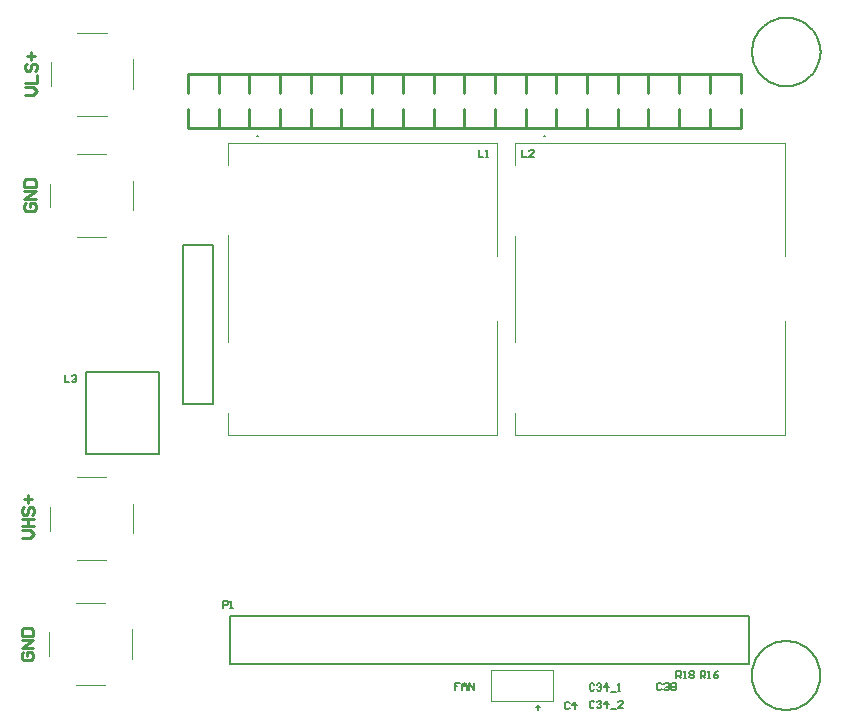
<source format=gto>
G04*
G04 #@! TF.GenerationSoftware,Altium Limited,Altium Designer,22.5.1 (42)*
G04*
G04 Layer_Color=65535*
%FSLAX25Y25*%
%MOIN*%
G70*
G04*
G04 #@! TF.SameCoordinates,4CCF3D7E-3C4F-46BB-889F-021E08990E68*
G04*
G04*
G04 #@! TF.FilePolarity,Positive*
G04*
G01*
G75*
%ADD10C,0.00787*%
%ADD11C,0.00591*%
%ADD12C,0.01000*%
%ADD13C,0.00394*%
%ADD14C,0.00984*%
D10*
X274606Y467815D02*
X275000D01*
X274606D01*
X275000D01*
X178937Y467831D02*
X179331D01*
X178937D01*
X179331D01*
D11*
X366929Y495965D02*
X366886Y496960D01*
X366756Y497947D01*
X366540Y498920D01*
X366241Y499869D01*
X365859Y500790D01*
X365400Y501673D01*
X364864Y502513D01*
X364258Y503303D01*
X363585Y504038D01*
X362851Y504711D01*
X362060Y505317D01*
X361221Y505852D01*
X360337Y506312D01*
X359417Y506693D01*
X358467Y506993D01*
X357494Y507208D01*
X356507Y507338D01*
X355512Y507382D01*
X354517Y507338D01*
X353529Y507208D01*
X352557Y506993D01*
X351607Y506693D01*
X350687Y506312D01*
X349803Y505852D01*
X348963Y505317D01*
X348173Y504711D01*
X347439Y504038D01*
X346766Y503303D01*
X346159Y502513D01*
X345624Y501673D01*
X345164Y500790D01*
X344783Y499869D01*
X344483Y498920D01*
X344268Y497947D01*
X344138Y496960D01*
X344094Y495965D01*
X344138Y494970D01*
X344268Y493982D01*
X344483Y493010D01*
X344783Y492060D01*
X345164Y491139D01*
X345624Y490256D01*
X346159Y489416D01*
X346766Y488626D01*
X347439Y487891D01*
X348173Y487218D01*
X348963Y486612D01*
X349803Y486077D01*
X350687Y485617D01*
X351607Y485236D01*
X352557Y484936D01*
X353529Y484721D01*
X354517Y484591D01*
X355512Y484547D01*
X356507Y484591D01*
X357494Y484721D01*
X358467Y484936D01*
X359417Y485236D01*
X360337Y485617D01*
X361221Y486077D01*
X362060Y486612D01*
X362851Y487218D01*
X363585Y487891D01*
X364258Y488626D01*
X364864Y489416D01*
X365400Y490256D01*
X365859Y491139D01*
X366241Y492060D01*
X366540Y493010D01*
X366756Y493982D01*
X366886Y494970D01*
X366929Y495965D01*
X366831Y288090D02*
X366787Y289086D01*
X366657Y290073D01*
X366442Y291046D01*
X366142Y291996D01*
X365761Y292916D01*
X365301Y293799D01*
X364766Y294639D01*
X364160Y295429D01*
X363487Y296164D01*
X362752Y296837D01*
X361962Y297443D01*
X361122Y297978D01*
X360239Y298438D01*
X359318Y298819D01*
X358368Y299119D01*
X357396Y299334D01*
X356409Y299464D01*
X355413Y299508D01*
X354418Y299464D01*
X353431Y299334D01*
X352458Y299119D01*
X351508Y298819D01*
X350588Y298438D01*
X349705Y297978D01*
X348865Y297443D01*
X348075Y296837D01*
X347340Y296164D01*
X346667Y295429D01*
X346061Y294639D01*
X345526Y293799D01*
X345066Y292916D01*
X344685Y291996D01*
X344385Y291046D01*
X344169Y290073D01*
X344040Y289086D01*
X343996Y288090D01*
X344040Y287095D01*
X344169Y286108D01*
X344385Y285136D01*
X344685Y284186D01*
X345066Y283265D01*
X345526Y282382D01*
X346061Y281542D01*
X346667Y280752D01*
X347340Y280017D01*
X348075Y279344D01*
X348865Y278738D01*
X349705Y278203D01*
X350588Y277743D01*
X351508Y277362D01*
X352458Y277062D01*
X353431Y276847D01*
X354418Y276717D01*
X355413Y276673D01*
X356409Y276717D01*
X357396Y276847D01*
X358368Y277062D01*
X359318Y277362D01*
X360239Y277743D01*
X361122Y278203D01*
X361962Y278738D01*
X362752Y279344D01*
X363487Y280017D01*
X364160Y280752D01*
X364766Y281542D01*
X365301Y282382D01*
X365761Y283265D01*
X366142Y284186D01*
X366442Y285136D01*
X366657Y286108D01*
X366787Y287095D01*
X366831Y288090D01*
X146457Y388779D02*
Y389370D01*
X121949D02*
X146457D01*
X121949Y362008D02*
Y389370D01*
Y362008D02*
X146457D01*
Y388779D01*
X169980Y307776D02*
X343209Y307776D01*
Y292028D02*
Y307776D01*
X169980Y292028D02*
X343209D01*
X169980D02*
Y307776D01*
X164567Y378602D02*
Y431653D01*
X154429Y378602D02*
X164567D01*
X154429D02*
Y431653D01*
X164567D01*
X271949Y277460D02*
X273523D01*
X272736Y278247D02*
Y276673D01*
X246653Y285728D02*
X245079D01*
Y284547D01*
X245866D01*
X245079D01*
Y283366D01*
X247440D02*
Y284940D01*
X248227Y285728D01*
X249014Y284940D01*
Y283366D01*
Y284547D01*
X247440D01*
X249802Y283366D02*
Y285728D01*
X251376Y283366D01*
Y285728D01*
X313977Y285138D02*
X313583Y285531D01*
X312796D01*
X312403Y285138D01*
Y283563D01*
X312796Y283170D01*
X313583D01*
X313977Y283563D01*
X314764Y285138D02*
X315158Y285531D01*
X315945D01*
X316338Y285138D01*
Y284744D01*
X315945Y284350D01*
X315551D01*
X315945D01*
X316338Y283957D01*
Y283563D01*
X315945Y283170D01*
X315158D01*
X314764Y283563D01*
X317126Y285138D02*
X317519Y285531D01*
X318306D01*
X318700Y285138D01*
Y284744D01*
X318306Y284350D01*
X318700Y283957D01*
Y283563D01*
X318306Y283170D01*
X317519D01*
X317126Y283563D01*
Y283957D01*
X317519Y284350D01*
X317126Y284744D01*
Y285138D01*
X317519Y284350D02*
X318306D01*
X318899Y287205D02*
Y289567D01*
X320079D01*
X320473Y289173D01*
Y288386D01*
X320079Y287992D01*
X318899D01*
X319686D02*
X320473Y287205D01*
X321260D02*
X322047D01*
X321654D01*
Y289567D01*
X321260Y289173D01*
X323228D02*
X323622Y289567D01*
X324409D01*
X324802Y289173D01*
Y288779D01*
X324409Y288386D01*
X324802Y287992D01*
Y287599D01*
X324409Y287205D01*
X323622D01*
X323228Y287599D01*
Y287992D01*
X323622Y288386D01*
X323228Y288779D01*
Y289173D01*
X323622Y288386D02*
X324409D01*
X326970Y287205D02*
Y289567D01*
X328150D01*
X328544Y289173D01*
Y288386D01*
X328150Y287992D01*
X326970D01*
X327757D02*
X328544Y287205D01*
X329331D02*
X330118D01*
X329725D01*
Y289567D01*
X329331Y289173D01*
X332873Y289567D02*
X332086Y289173D01*
X331299Y288386D01*
Y287599D01*
X331692Y287205D01*
X332480D01*
X332873Y287599D01*
Y287992D01*
X332480Y288386D01*
X331299D01*
X291537Y285039D02*
X291143Y285433D01*
X290356D01*
X289962Y285039D01*
Y283465D01*
X290356Y283071D01*
X291143D01*
X291537Y283465D01*
X292324Y285039D02*
X292717Y285433D01*
X293504D01*
X293898Y285039D01*
Y284646D01*
X293504Y284252D01*
X293111D01*
X293504D01*
X293898Y283858D01*
Y283465D01*
X293504Y283071D01*
X292717D01*
X292324Y283465D01*
X295866Y283071D02*
Y285433D01*
X294685Y284252D01*
X296259D01*
X297047Y282678D02*
X298621D01*
X299408Y283071D02*
X300195D01*
X299802D01*
Y285433D01*
X299408Y285039D01*
X291537Y279232D02*
X291143Y279626D01*
X290356D01*
X289962Y279232D01*
Y277658D01*
X290356Y277264D01*
X291143D01*
X291537Y277658D01*
X292324Y279232D02*
X292717Y279626D01*
X293505D01*
X293898Y279232D01*
Y278838D01*
X293505Y278445D01*
X293111D01*
X293505D01*
X293898Y278051D01*
Y277658D01*
X293505Y277264D01*
X292717D01*
X292324Y277658D01*
X295866Y277264D02*
Y279626D01*
X294685Y278445D01*
X296260D01*
X297047Y276870D02*
X298621D01*
X300982Y277264D02*
X299408D01*
X300982Y278838D01*
Y279232D01*
X300589Y279626D01*
X299802D01*
X299408Y279232D01*
X114961Y388189D02*
Y385827D01*
X116536D01*
X117323Y387795D02*
X117716Y388189D01*
X118503D01*
X118897Y387795D01*
Y387401D01*
X118503Y387008D01*
X118110D01*
X118503D01*
X118897Y386614D01*
Y386221D01*
X118503Y385827D01*
X117716D01*
X117323Y386221D01*
X283268Y278937D02*
X282874Y279330D01*
X282087D01*
X281694Y278937D01*
Y277362D01*
X282087Y276969D01*
X282874D01*
X283268Y277362D01*
X285236Y276969D02*
Y279330D01*
X284055Y278150D01*
X285629D01*
X167800Y310700D02*
Y313061D01*
X168981D01*
X169374Y312668D01*
Y311881D01*
X168981Y311487D01*
X167800D01*
X170161Y310700D02*
X170949D01*
X170555D01*
Y313061D01*
X170161Y312668D01*
X267422Y463385D02*
Y461024D01*
X268996D01*
X271358D02*
X269783D01*
X271358Y462598D01*
Y462992D01*
X270964Y463385D01*
X270177D01*
X269783Y462992D01*
X252953Y463287D02*
Y460926D01*
X254528D01*
X255315D02*
X256102D01*
X255708D01*
Y463287D01*
X255315Y462893D01*
D12*
X196949Y488583D02*
X207185D01*
X196949Y470472D02*
X207185D01*
Y476772D01*
Y482283D02*
Y488583D01*
X196949Y476772D02*
X196949Y470472D01*
X196949Y482283D02*
X196949Y488583D01*
X237992D02*
X237992Y482283D01*
Y470472D02*
Y476772D01*
X248228Y482283D02*
Y488583D01*
Y470472D02*
Y476772D01*
X237992Y470472D02*
X248228D01*
X237992Y488583D02*
X248228D01*
X227756Y482283D02*
X227756Y488583D01*
Y470472D02*
Y476772D01*
X237992Y482283D02*
Y488583D01*
Y470472D02*
Y476772D01*
X227756Y470472D02*
X237992D01*
X227756Y488583D02*
X237992Y488583D01*
X248228Y482283D02*
X248228Y488583D01*
Y470472D02*
Y476772D01*
X258465Y488583D02*
X258465Y482283D01*
X258465Y470472D02*
Y476772D01*
X248228Y470472D02*
X258465D01*
X248228Y488583D02*
X258465D01*
X217421Y482283D02*
Y488583D01*
Y470472D02*
Y476772D01*
X227658Y482283D02*
Y488583D01*
Y470472D02*
Y476772D01*
X217421Y470472D02*
X227658D01*
X217421Y488583D02*
X227658D01*
X207185Y482283D02*
Y488583D01*
Y470472D02*
Y476772D01*
X217421Y482283D02*
Y488583D01*
Y470472D02*
Y476772D01*
X207185Y470472D02*
X217421D01*
X207185Y488583D02*
X217421D01*
X176476Y482283D02*
Y488583D01*
Y470472D02*
Y476772D01*
X186713Y482283D02*
Y488583D01*
X186713Y470472D02*
X186713Y476772D01*
X176476Y470472D02*
X186713D01*
X176476Y488583D02*
X186713D01*
Y482283D02*
Y488583D01*
X186713Y470472D02*
X186713Y476772D01*
X196949Y482283D02*
X196949Y488583D01*
X196949Y470472D02*
X196949Y476772D01*
X186713Y470472D02*
X196949Y470472D01*
X186713Y488583D02*
X196949Y488583D01*
X166339Y482283D02*
Y488583D01*
Y470472D02*
Y476772D01*
X176575Y482283D02*
X176575Y488583D01*
X176575Y470472D02*
X176575Y476772D01*
X166339Y470472D02*
X176575D01*
X166339Y488583D02*
X176575Y488583D01*
X156102Y482283D02*
X156102Y488583D01*
Y470472D02*
Y476772D01*
X166339Y482283D02*
Y488583D01*
Y476772D02*
X166339Y470472D01*
X156102Y470472D02*
X166339Y470472D01*
X156102Y488583D02*
X166339D01*
X258366Y482283D02*
Y488583D01*
Y470472D02*
X258366Y476772D01*
X268602Y482283D02*
X268602Y488583D01*
X268602Y470472D02*
X268602Y476772D01*
X258366Y470472D02*
X268602D01*
X258366Y488583D02*
X268602D01*
X268602Y482283D02*
X268602Y488583D01*
Y470472D02*
Y476772D01*
X278839Y488583D02*
X278839Y482283D01*
X278839Y476772D02*
X278839Y470472D01*
X268602D02*
X278839D01*
X268602Y488583D02*
X278839D01*
X278839Y482283D02*
Y488583D01*
X278839Y476772D02*
X278839Y470472D01*
X289075Y488583D02*
X289075Y482283D01*
X289075Y476772D02*
X289075Y470472D01*
X278839D02*
X289075D01*
X278839Y488583D02*
X289075D01*
X289075Y482283D01*
X289075Y476772D02*
X289075Y470472D01*
X299311Y482283D02*
Y488583D01*
Y470472D02*
Y476772D01*
X289075Y470472D02*
X299311D01*
X289075Y488583D02*
X299311Y488583D01*
Y482283D02*
Y488583D01*
Y470472D02*
Y476772D01*
X309547Y482283D02*
X309547Y488583D01*
X309547Y470472D02*
X309547Y476772D01*
X299311Y470472D02*
X309547D01*
X299311Y488583D02*
X309547Y488583D01*
X309547Y482283D02*
X309547Y488583D01*
X309547Y470472D02*
X309547Y476772D01*
X319783Y482283D02*
X319783Y488583D01*
X319783Y470472D02*
X319783Y476772D01*
X309547Y470472D02*
X319783D01*
X309547Y488583D02*
X319783D01*
X319783Y482283D02*
Y488583D01*
Y470472D02*
X319783Y476772D01*
X330020Y482283D02*
Y488583D01*
Y470472D02*
Y476772D01*
X319783Y470472D02*
X330020D01*
X319783Y488583D02*
X330020D01*
Y482283D02*
Y488583D01*
Y470472D02*
Y476772D01*
X340256Y482283D02*
Y488583D01*
Y470472D02*
Y476772D01*
X330020Y470472D02*
X340256D01*
X330020Y488583D02*
X340256D01*
D13*
X265158Y458366D02*
Y465650D01*
Y458366D02*
Y465650D01*
X354921Y465650D01*
X265158Y465650D02*
X354921Y465650D01*
X354921Y427854D01*
X354921Y465650D02*
X354921Y427854D01*
Y368406D02*
Y406201D01*
Y368406D02*
Y406201D01*
X265158Y368406D02*
X354921Y368406D01*
X265158Y368406D02*
X354921Y368406D01*
X265158Y368406D02*
Y375689D01*
Y368406D02*
Y375689D01*
Y434744D02*
X265158Y399311D01*
X265158Y434744D02*
X265158Y399311D01*
X169488Y399327D02*
Y434760D01*
Y399327D02*
Y434760D01*
Y368421D02*
Y375705D01*
Y368421D02*
Y375705D01*
Y368421D02*
X259252Y368421D01*
X169488Y368421D02*
X259252Y368421D01*
Y406216D01*
Y368421D02*
Y406216D01*
Y465665D02*
X259252Y427870D01*
X259252Y465665D02*
X259252Y427870D01*
X169488Y465665D02*
X259252Y465665D01*
X169488Y465665D02*
X259252Y465665D01*
X169488Y458382D02*
Y465665D01*
Y458382D02*
Y465665D01*
X256988Y279724D02*
Y289961D01*
X277658Y289961D01*
Y279725D02*
Y289961D01*
X256988Y279724D02*
X277658Y279725D01*
X119154Y502303D02*
X128996D01*
X119154D02*
X128996D01*
X137854Y483602D02*
Y493445D01*
Y483602D02*
Y493445D01*
X119154Y474744D02*
X128996D01*
X119154D02*
X128996D01*
X110295Y484587D02*
Y492461D01*
Y484587D02*
Y492461D01*
X109744Y294685D02*
Y302559D01*
Y294685D02*
Y302559D01*
X118602Y284843D02*
X128445D01*
X118602D02*
X128445D01*
X137303Y293701D02*
Y303543D01*
Y293701D02*
Y303543D01*
X118602Y312402D02*
X128445D01*
X118602D02*
X128445D01*
X118996Y354134D02*
X128839D01*
X118996D02*
X128839D01*
X137697Y335433D02*
Y345276D01*
Y335433D02*
Y345276D01*
X118996Y326575D02*
X128839D01*
X118996D02*
X128839D01*
X110138Y336417D02*
Y344291D01*
Y336417D02*
Y344291D01*
X118996Y461909D02*
X128839D01*
X118996D02*
X128839D01*
X137697Y443209D02*
Y453051D01*
Y443209D02*
Y453051D01*
X118996Y434350D02*
X128839D01*
X118996D02*
X128839D01*
X110138Y444193D02*
Y452067D01*
Y444193D02*
Y452067D01*
D14*
X102035Y445636D02*
X101379Y444980D01*
Y443668D01*
X102035Y443012D01*
X104659D01*
X105315Y443668D01*
Y444980D01*
X104659Y445636D01*
X103347D01*
Y444324D01*
X105315Y446947D02*
X101379D01*
X105315Y449571D01*
X101379D01*
Y450883D02*
X105315D01*
Y452851D01*
X104659Y453507D01*
X102035D01*
X101379Y452851D01*
Y450883D01*
X101674Y481595D02*
X104298D01*
X105610Y482906D01*
X104298Y484218D01*
X101674D01*
Y485530D02*
X105610D01*
Y488154D01*
X102331Y492090D02*
X101674Y491434D01*
Y490122D01*
X102331Y489466D01*
X102986D01*
X103642Y490122D01*
Y491434D01*
X104298Y492090D01*
X104954D01*
X105610Y491434D01*
Y490122D01*
X104954Y489466D01*
X103642Y493402D02*
Y496026D01*
X102331Y494714D02*
X104954D01*
X101248Y295931D02*
X100592Y295275D01*
Y293963D01*
X101248Y293307D01*
X103872D01*
X104527Y293963D01*
Y295275D01*
X103872Y295931D01*
X102560D01*
Y294619D01*
X104527Y297243D02*
X100592D01*
X104527Y299867D01*
X100592D01*
Y301179D02*
X104527D01*
Y303146D01*
X103872Y303802D01*
X101248D01*
X100592Y303146D01*
Y301179D01*
X100789Y333858D02*
X103412D01*
X104724Y335170D01*
X103412Y336482D01*
X100789D01*
Y337794D02*
X104724D01*
X102757D01*
Y340418D01*
X100789D01*
X104724D01*
X101445Y344354D02*
X100789Y343698D01*
Y342386D01*
X101445Y341730D01*
X102101D01*
X102757Y342386D01*
Y343698D01*
X103412Y344354D01*
X104069D01*
X104724Y343698D01*
Y342386D01*
X104069Y341730D01*
X102757Y345666D02*
Y348289D01*
X101445Y346977D02*
X104069D01*
M02*

</source>
